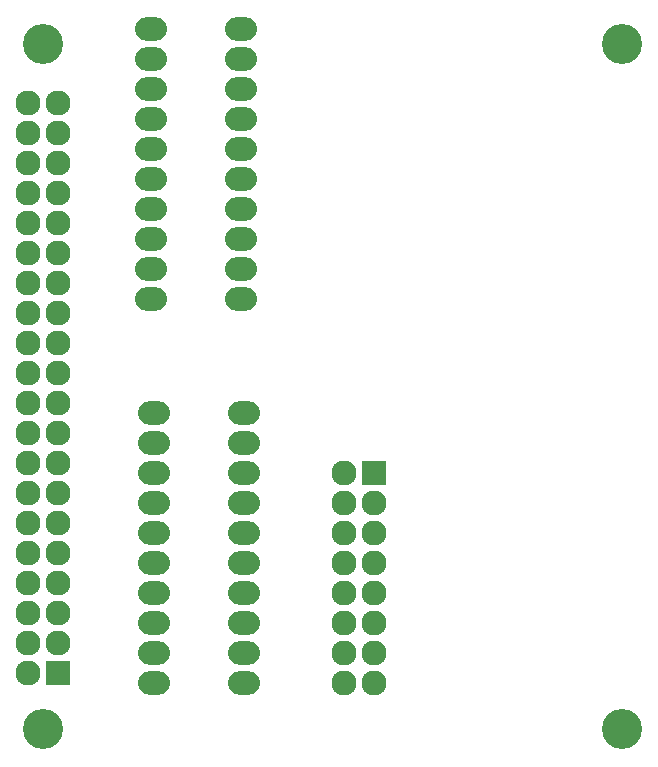
<source format=gbr>
G04 #@! TF.FileFunction,Soldermask,Bot*
%FSLAX46Y46*%
G04 Gerber Fmt 4.6, Leading zero omitted, Abs format (unit mm)*
G04 Created by KiCad (PCBNEW 4.0.4-1.fc25-product) date Thu Feb 16 12:06:20 2017*
%MOMM*%
%LPD*%
G01*
G04 APERTURE LIST*
%ADD10C,0.100000*%
%ADD11O,2.700000X2.000000*%
%ADD12C,3.400000*%
%ADD13R,2.127200X2.127200*%
%ADD14O,2.127200X2.127200*%
G04 APERTURE END LIST*
D10*
D11*
X46880000Y-86800000D03*
X46880000Y-89340000D03*
X46880000Y-91880000D03*
X46880000Y-94420000D03*
X46880000Y-96960000D03*
X46880000Y-99500000D03*
X46880000Y-102040000D03*
X46880000Y-104580000D03*
X46880000Y-107120000D03*
X46880000Y-109660000D03*
X54500000Y-109660000D03*
X54500000Y-107120000D03*
X54500000Y-104580000D03*
X54500000Y-102040000D03*
X54500000Y-99500000D03*
X54500000Y-96960000D03*
X54500000Y-94420000D03*
X54500000Y-91880000D03*
X54500000Y-89340000D03*
X54500000Y-86800000D03*
D12*
X37500000Y-55500000D03*
X86500000Y-113500000D03*
X37500000Y-113500000D03*
X86500000Y-55500000D03*
D13*
X65500000Y-91840000D03*
D14*
X62960000Y-91840000D03*
X65500000Y-94380000D03*
X62960000Y-94380000D03*
X65500000Y-96920000D03*
X62960000Y-96920000D03*
X65500000Y-99460000D03*
X62960000Y-99460000D03*
X65500000Y-102000000D03*
X62960000Y-102000000D03*
X65500000Y-104540000D03*
X62960000Y-104540000D03*
X65500000Y-107080000D03*
X62960000Y-107080000D03*
X65500000Y-109620000D03*
X62960000Y-109620000D03*
D11*
X46630000Y-54300000D03*
X46630000Y-56840000D03*
X46630000Y-59380000D03*
X46630000Y-61920000D03*
X46630000Y-64460000D03*
X46630000Y-67000000D03*
X46630000Y-69540000D03*
X46630000Y-72080000D03*
X46630000Y-74620000D03*
X46630000Y-77160000D03*
X54250000Y-77160000D03*
X54250000Y-74620000D03*
X54250000Y-72080000D03*
X54250000Y-69540000D03*
X54250000Y-67000000D03*
X54250000Y-64460000D03*
X54250000Y-61920000D03*
X54250000Y-59380000D03*
X54250000Y-56840000D03*
X54250000Y-54300000D03*
D13*
X38750000Y-108750000D03*
D14*
X36210000Y-108750000D03*
X38750000Y-106210000D03*
X36210000Y-106210000D03*
X38750000Y-103670000D03*
X36210000Y-103670000D03*
X38750000Y-101130000D03*
X36210000Y-101130000D03*
X38750000Y-98590000D03*
X36210000Y-98590000D03*
X38750000Y-96050000D03*
X36210000Y-96050000D03*
X38750000Y-93510000D03*
X36210000Y-93510000D03*
X38750000Y-90970000D03*
X36210000Y-90970000D03*
X38750000Y-88430000D03*
X36210000Y-88430000D03*
X38750000Y-85890000D03*
X36210000Y-85890000D03*
X38750000Y-83350000D03*
X36210000Y-83350000D03*
X38750000Y-80810000D03*
X36210000Y-80810000D03*
X38750000Y-78270000D03*
X36210000Y-78270000D03*
X38750000Y-75730000D03*
X36210000Y-75730000D03*
X38750000Y-73190000D03*
X36210000Y-73190000D03*
X38750000Y-70650000D03*
X36210000Y-70650000D03*
X38750000Y-68110000D03*
X36210000Y-68110000D03*
X38750000Y-65570000D03*
X36210000Y-65570000D03*
X38750000Y-63030000D03*
X36210000Y-63030000D03*
X38750000Y-60490000D03*
X36210000Y-60490000D03*
M02*

</source>
